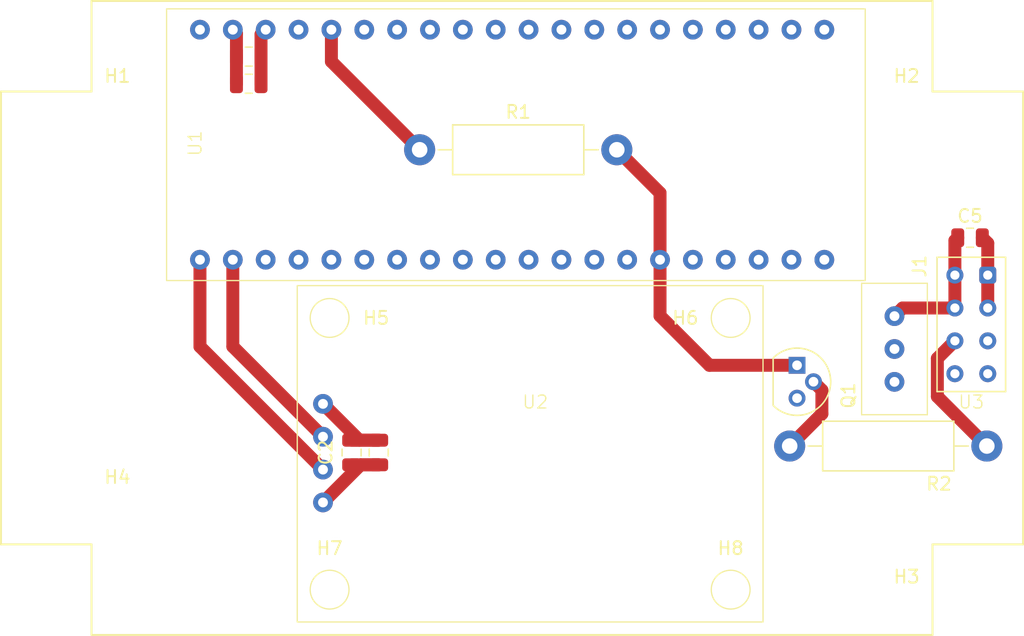
<source format=kicad_pcb>
(kicad_pcb (version 20221018) (generator pcbnew)
  (layers (0 "F.Cu" mixed) (1 "In1.Cu" power) (2 "In2.Cu" power) (31 "B.Cu" power) (34 "B.Paste" user) (35 "F.Paste" user) (36 "B.SilkS" user "B.Silkscreen") (37 "F.SilkS" user "F.Silkscreen") (38 "B.Mask" user) (39 "F.Mask" user) (44 "Edge.Cuts" user))
  (net 0 "")
  (net 1 "GND")
  (net 2 "+24V")
  (net 4 "Net-(J1-Pin_6)")
  (net 7 "Net-(Q1-C)")
  (net 8 "Net-(Q1-B)")
  (net 9 "Net-(U1-3V3(OUT))")
  (net 10 "Net-(U1-GP2)")
  (net 11 "Net-(U1-GP3)")
  (net 38 "+5V")
  (footprint "MountingHole:MountingHole_2.1mm" (layer "F.Cu") (at 95 43)
    (fp_text reference "H1" (at 0 -3.2) (layer "F.SilkS"))
    (fp_text value "MountingHole")
    (pad "" np_thru_hole circle (at 0 0) (size 2.1 2.1) (drill 2.1) (layers "*.Cu" "*.Mask"))
  )
  (footprint "Capacitor_SMD:C_0805_2012Metric" (layer "F.Cu") (at 160.9 52.3)
    (fp_text reference "C5" (at 0 -1.68) (layer "F.SilkS"))
    (fp_text value "100µ 63V")
    (fp_line (start -0.261252 -0.735) (end 0.261252 -0.735) (stroke (width 0.12)) (layer "F.SilkS"))
    (fp_line (start -0.261252 0.735) (end 0.261252 0.735) (stroke (width 0.12)) (layer "F.SilkS"))
    (pad "1" smd roundrect (at -0.95 0) (size 1 1.45) (layers "F.Cu" "F.Paste" "F.Mask") (net 2 "+24V"))
    (pad "2" smd roundrect (at 0.95 0) (size 1 1.45) (layers "F.Cu" "F.Paste" "F.Mask") (net 1 "GND"))
  )
  (footprint "Zeitmessung:GPS" (layer "F.Cu") (at 127.4 68.5 180)
    (fp_text reference "U2" (at 0.1 3.5 unlocked) (layer "F.SilkS") (effects (font (thickness 0.1))))
    (fp_text value "~")
    (fp_rect (start 18.5 12.5) (end -17.5 -13.5) (stroke (width 0.1)) (fill none) (layer "F.SilkS"))
    (fp_circle (center -15 -11) (end -15 -12.5) (stroke (width 0.1)) (fill none) (layer "F.SilkS"))
    (fp_circle (center -15 10) (end -15 8.5) (stroke (width 0.1)) (fill none) (layer "F.SilkS"))
    (fp_circle (center 16 -11) (end 16 -12.5) (stroke (width 0.1)) (fill none) (layer "F.SilkS"))
    (fp_circle (center 16 10) (end 16 8.5) (stroke (width 0.1)) (fill none) (layer "F.SilkS"))
    (pad "1" thru_hole circle (at 16.51 -4.26 180) (size 1.524 1.524) (drill 0.762) (layers "*.Cu" "*.Mask") (net 38 "+5V"))
    (pad "2" thru_hole circle (at 16.51 -1.72 180) (size 1.524 1.524) (drill 0.762) (layers "*.Cu" "*.Mask") (net 10 "Net-(U1-GP2)"))
    (pad "3" thru_hole circle (at 16.51 0.82 180) (size 1.524 1.524) (drill 0.762) (layers "*.Cu" "*.Mask") (net 11 "Net-(U1-GP3)"))
    (pad "4" thru_hole circle (at 16.51 3.36 180) (size 1.524 1.524) (drill 0.762) (layers "*.Cu" "*.Mask") (net 1 "GND"))
  )
  (footprint "Resistor_THT:R_Axial_DIN0411_L9.9mm_D3.6mm_P15.24mm_Horizontal" (layer "F.Cu") (at 118.36 45.5)
    (fp_text reference "R1" (at 7.62 -2.92) (layer "F.SilkS"))
    (fp_text value "1k")
    (fp_line (start 1.44 0) (end 2.55 0) (stroke (width 0.12)) (layer "F.SilkS"))
    (fp_line (start 2.55 -1.92) (end 2.55 1.92) (stroke (width 0.12)) (layer "F.SilkS"))
    (fp_line (start 2.55 1.92) (end 12.69 1.92) (stroke (width 0.12)) (layer "F.SilkS"))
    (fp_line (start 12.69 -1.92) (end 2.55 -1.92) (stroke (width 0.12)) (layer "F.SilkS"))
    (fp_line (start 12.69 1.92) (end 12.69 -1.92) (stroke (width 0.12)) (layer "F.SilkS"))
    (fp_line (start 13.8 0) (end 12.69 0) (stroke (width 0.12)) (layer "F.SilkS"))
    (pad "1" thru_hole circle (at 0 0) (size 2.4 2.4) (drill 1.2) (layers "*.Cu" "*.Mask") (net 9 "Net-(U1-3V3(OUT))"))
    (pad "2" thru_hole oval (at 15.24 0) (size 2.4 2.4) (drill 1.2) (layers "*.Cu" "*.Mask") (net 7 "Net-(Q1-C)"))
  )
  (footprint "Capacitor_SMD:C_0805_2012Metric" (layer "F.Cu") (at 105.15 40.4)
    (fp_text reference "C4" hide)
    (fp_text value "1µ")
    (fp_line (start -0.261252 -0.735) (end 0.261252 -0.735) (stroke (width 0.12)) (layer "F.SilkS"))
    (fp_line (start -0.261252 0.735) (end 0.261252 0.735) (stroke (width 0.12)) (layer "F.SilkS"))
    (pad "1" smd roundrect (at -0.95 0) (size 1 1.45) (layers "F.Cu" "F.Paste" "F.Mask") (net 38 "+5V"))
    (pad "2" smd roundrect (at 0.95 0) (size 1 1.45) (layers "F.Cu" "F.Paste" "F.Mask") (net 1 "GND"))
  )
  (footprint "Capacitor_SMD:C_0805_2012Metric" (layer "F.Cu") (at 113.1 68.9 90)
    (fp_text reference "C1" hide)
    (fp_text value "100n")
    (fp_line (start -0.261252 -0.735) (end 0.261252 -0.735) (stroke (width 0.12)) (layer "F.SilkS"))
    (fp_line (start -0.261252 0.735) (end 0.261252 0.735) (stroke (width 0.12)) (layer "F.SilkS"))
    (pad "1" smd roundrect (at -0.95 0 90) (size 1 1.45) (layers "F.Cu" "F.Paste" "F.Mask") (net 38 "+5V"))
    (pad "2" smd roundrect (at 0.95 0 90) (size 1 1.45) (layers "F.Cu" "F.Paste" "F.Mask") (net 1 "GND"))
  )
  (footprint "MountingHole:MountingHole_2.1mm" (layer "F.Cu") (at 111.4 58.5)
    (fp_text reference "H5" (at 3.6 0) (layer "F.SilkS"))
    (fp_text value "MountingHole")
    (pad "" np_thru_hole circle (at 0 0) (size 2.1 2.1) (drill 2.1) (layers "*.Cu" "*.Mask"))
  )
  (footprint "Capacitor_SMD:C_0805_2012Metric" (layer "F.Cu") (at 105.15 38.3)
    (fp_text reference "C3" hide)
    (fp_text value "100n")
    (fp_line (start -0.261252 -0.735) (end 0.261252 -0.735) (stroke (width 0.12)) (layer "F.SilkS"))
    (fp_line (start -0.261252 0.735) (end 0.261252 0.735) (stroke (width 0.12)) (layer "F.SilkS"))
    (pad "1" smd roundrect (at -0.95 0) (size 1 1.45) (layers "F.Cu" "F.Paste" "F.Mask") (net 38 "+5V"))
    (pad "2" smd roundrect (at 0.95 0) (size 1 1.45) (layers "F.Cu" "F.Paste" "F.Mask") (net 1 "GND"))
  )
  (footprint "MountingHole:MountingHole_2.1mm" (layer "F.Cu") (at 156 43)
    (fp_text reference "H2" (at 0 -3.2) (layer "F.SilkS"))
    (fp_text value "MountingHole")
    (pad "" np_thru_hole circle (at 0 0) (size 2.1 2.1) (drill 2.1) (layers "*.Cu" "*.Mask"))
  )
  (footprint "MountingHole:MountingHole_2.1mm" (layer "F.Cu") (at 95 74)
    (fp_text reference "H4" (at 0 -3.2) (layer "F.SilkS"))
    (fp_text value "MountingHole" hide)
    (pad "" np_thru_hole circle (at 0 0) (size 2.1 2.1) (drill 2.1) (layers "*.Cu" "*.Mask"))
  )
  (footprint "Package_TO_SOT_THT:TO-92" (layer "F.Cu") (at 147.53 62.16 -90)
    (fp_text reference "Q1" (at 2.34 -3.97 90) (layer "F.SilkS"))
    (fp_text value "NPN")
    (fp_line (start -0.53 1.85) (end 3.07 1.85) (stroke (width 0.12)) (layer "F.SilkS"))
    (fp_arc (start -0.568478 1.838478) (mid -1.132087 -0.994977) (end 1.27 -2.6) (stroke (width 0.12)) (layer "F.SilkS"))
    (fp_arc (start 1.27 -2.6) (mid 3.672087 -0.994977) (end 3.108478 1.838478) (stroke (width 0.12)) (layer "F.SilkS"))
    (pad "1" thru_hole rect (at 0 0 270) (size 1.3 1.3) (drill 0.75) (layers "*.Cu" "*.Mask") (net 7 "Net-(Q1-C)"))
    (pad "2" thru_hole circle (at 1.27 -1.27 270) (size 1.3 1.3) (drill 0.75) (layers "*.Cu" "*.Mask") (net 8 "Net-(Q1-B)"))
    (pad "3" thru_hole circle (at 2.54 0 270) (size 1.3 1.3) (drill 0.75) (layers "*.Cu" "*.Mask") (net 1 "GND"))
  )
  (footprint "Connector_Samtec_HLE_THT:Samtec_HLE-104-02-xx-DV-TE_2x04_P2.54mm_Horizontal" (layer "F.Cu") (at 162.27 55.19 -90)
    (fp_text reference "J1" (at -0.69 5.27 90) (layer "F.SilkS"))
    (fp_text value "Conn_02x04_Odd_Even")
    (fp_line (start -1.38 -1.38) (end 9 -1.38) (stroke (width 0.12)) (layer "F.SilkS"))
    (fp_line (start -1.38 3.92) (end -1.38 -1.38) (stroke (width 0.12)) (layer "F.SilkS"))
    (fp_line (start 9 -1.38) (end 9 3.92) (stroke (width 0.12)) (layer "F.SilkS"))
    (fp_line (start 9 3.92) (end -1.38 3.92) (stroke (width 0.12)) (layer "F.SilkS"))
    (pad "1" thru_hole roundrect (at 0 0 270) (size 1.31 1.31) (drill 0.71) (layers "*.Cu" "*.Mask") (roundrect_rratio 0.1908396947) (net 1 "GND"))
    (pad "2" thru_hole circle (at 0 2.54 270) (size 1.31 1.31) (drill 0.71) (layers "*.Cu" "*.Mask") (net 2 "+24V"))
    (pad "3" thru_hole circle (at 2.54 0 270) (size 1.31 1.31) (drill 0.71) (layers "*.Cu" "*.Mask") (net 1 "GND"))
    (pad "4" thru_hole circle (at 2.54 2.54 270) (size 1.31 1.31) (drill 0.71) (layers "*.Cu" "*.Mask") (net 2 "+24V"))
    (pad "5" thru_hole circle (at 5.08 0 270) (size 1.31 1.31) (drill 0.71) (layers "*.Cu" "*.Mask"))
    (pad "6" thru_hole circle (at 5.08 2.54 270) (size 1.31 1.31) (drill 0.71) (layers "*.Cu" "*.Mask") (net 4 "Net-(J1-Pin_6)"))
    (pad "7" thru_hole circle (at 7.62 0 270) (size 1.31 1.31) (drill 0.71) (layers "*.Cu" "*.Mask"))
    (pad "8" thru_hole circle (at 7.62 2.54 270) (size 1.31 1.31) (drill 0.71) (layers "*.Cu" "*.Mask"))
  )
  (footprint "MountingHole:MountingHole_2.1mm" (layer "F.Cu") (at 111.4 79.5)
    (fp_text reference "H7" (at 0 -3.2) (layer "F.SilkS"))
    (fp_text value "MountingHole")
    (pad "" np_thru_hole circle (at 0 0) (size 2.1 2.1) (drill 2.1) (layers "*.Cu" "*.Mask"))
  )
  (footprint "Zeitmessung:DC-DC-Wandler" (layer "F.Cu") (at 162.68 60.9 -90)
    (fp_text reference "U3" (at 4.1 1.68 unlocked) (layer "F.SilkS") (effects (font (thickness 0.1))))
    (fp_text value "~")
    (fp_line (start -5.08 5.08) (end -5.08 10.16) (stroke (width 0.1)) (layer "F.SilkS"))
    (fp_line (start -5.08 10.16) (end 5.08 10.16) (stroke (width 0.1)) (layer "F.SilkS"))
    (fp_line (start 5.08 5.08) (end -5.08 5.08) (stroke (width 0.1)) (layer "F.SilkS"))
    (fp_line (start 5.08 10.16) (end 5.08 5.08) (stroke (width 0.1)) (layer "F.SilkS"))
    (pad "1" thru_hole circle (at -2.54 7.62 270) (size 1.524 1.524) (drill 0.762) (layers "*.Cu" "*.Mask") (net 2 "+24V"))
    (pad "2" thru_hole circle (at 0 7.62 270) (size 1.524 1.524) (drill 0.762) (layers "*.Cu" "*.Mask") (net 1 "GND"))
    (pad "3" thru_hole circle (at 2.54 7.62 270) (size 1.524 1.524) (drill 0.762) (layers "*.Cu" "*.Mask") (net 38 "+5V"))
  )
  (footprint "MountingHole:MountingHole_2.1mm" (layer "F.Cu") (at 156 74)
    (fp_text reference "H3" (at 0 4.5) (layer "F.SilkS"))
    (fp_text value "MountingHole")
    (pad "" np_thru_hole circle (at 0 0) (size 2.1 2.1) (drill 2.1) (layers "*.Cu" "*.Mask"))
  )
  (footprint "Zeitmessung:ESP32-S2-LCD" (layer "F.Cu") (at 96.3 45.11 90)
    (fp_text reference "U1" (at 0.11 4.7 90 unlocked) (layer "F.SilkS") (effects (font (thickness 0.1))))
    (fp_text value "~")
    (fp_rect (start 10.5 56.5) (end -10.5 2.5) (stroke (width 0.1)) (fill none) (layer "F.SilkS"))
    (pad "1" thru_hole circle (at -8.89 5.08 90) (size 1.524 1.524) (drill 0.762) (layers "*.Cu" "*.Mask") (net 10 "Net-(U1-GP2)"))
    (pad "2" thru_hole circle (at -8.89 7.62 90) (size 1.524 1.524) (drill 0.762) (layers "*.Cu" "*.Mask") (net 11 "Net-(U1-GP3)"))
    (pad "3" thru_hole circle (at -8.89 10.16 90) (size 1.524 1.524) (drill 0.762) (layers "*.Cu" "*.Mask") (net 1 "GND"))
    (pad "4" thru_hole circle (at -8.89 12.7 90) (size 1.524 1.524) (drill 0.762) (layers "*.Cu" "*.Mask"))
    (pad "5" thru_hole circle (at -8.89 15.24 90) (size 1.524 1.524) (drill 0.762) (layers "*.Cu" "*.Mask"))
    (pad "6" thru_hole circle (at -8.89 17.78 90) (size 1.524 1.524) (drill 0.762) (layers "*.Cu" "*.Mask"))
    (pad "7" thru_hole circle (at -8.89 20.32 90) (size 1.524 1.524) (drill 0.762) (layers "*.Cu" "*.Mask"))
    (pad "8" thru_hole circle (at -8.89 22.86 90) (size 1.524 1.524) (drill 0.762) (layers "*.Cu" "*.Mask") (net 1 "GND"))
    (pad "9" thru_hole circle (at -8.89 25.4 90) (size 1.524 1.524) (drill 0.762) (layers "*.Cu" "*.Mask"))
    (pad "10" thru_hole circle (at -8.89 27.94 90) (size 1.524 1.524) (drill 0.762) (layers "*.Cu" "*.Mask"))
    (pad "11" thru_hole circle (at -8.89 30.48 90) (size 1.524 1.524) (drill 0.762) (layers "*.Cu" "*.Mask"))
    (pad "12" thru_hole circle (at -8.89 33.02 90) (size 1.524 1.524) (drill 0.762) (layers "*.Cu" "*.Mask"))
    (pad "13" thru_hole circle (at -8.89 35.56 90) (size 1.524 1.524) (drill 0.762) (layers "*.Cu" "*.Mask") (net 1 "GND"))
    (pad "14" thru_hole circle (at -8.89 38.1 90) (size 1.524 1.524) (drill 0.762) (layers "*.Cu" "*.Mask"))
    (pad "15" thru_hole circle (at -8.89 40.64 90) (size 1.524 1.524) (drill 0.762) (layers "*.Cu" "*.Mask") (net 7 "Net-(Q1-C)"))
    (pad "16" thru_hole circle (at -8.89 43.18 90) (size 1.524 1.524) (drill 0.762) (layers "*.Cu" "*.Mask"))
    (pad "17" thru_hole circle (at -8.89 45.72 90) (size 1.524 1.524) (drill 0.762) (layers "*.Cu" "*.Mask"))
    (pad "18" thru_hole circle (at -8.89 48.26 90) (size 1.524 1.524) (drill 0.762) (layers "*.Cu" "*.Mask") (net 1 "GND"))
    (pad "19" thru_hole circle (at -8.89 50.8 90) (size 1.524 1.524) (drill 0.762) (layers "*.Cu" "*.Mask"))
    (pad "20" thru_hole circle (at -8.89 53.34 90) (size 1.524 1.524) (drill 0.762) (layers "*.Cu" "*.Mask"))
    (pad "21" thru_hole circle (at 8.89 53.34 90) (size 1.524 1.524) (drill 0.762) (layers "*.Cu" "*.Mask"))
    (pad "22" thru_hole circle (at 8.89 50.8 90) (size 1.524 1.524) (drill 0.762) (layers "*.Cu" "*.Mask"))
    (pad "23" thru_hole circle (at 8.89 48.26 90) (size 1.524 1.524) (drill 0.762) (layers "*.Cu" "*.Mask") (net 1 "GND"))
    (pad "24" thru_hole circle (at 8.89 45.72 90) (size 1.524 1.524) (drill 0.762) (layers "*.Cu" "*.Mask"))
    (pad "25" thru_hole circle (at 8.89 43.18 90) (size 1.524 1.524) (drill 0.762) (layers "*.Cu" "*.Mask"))
    (pad "26" thru_hole circle (at 8.89 40.64 90) (size 1.524 1.524) (drill 0.762) (layers "*.Cu" "*.Mask"))
    (pad "27" thru_hole circle (at 8.89 38.1 90) (size 1.524 1.524) (drill 0.762) (layers "*.Cu" "*.Mask"))
    (pad "28" thru_hole circle (at 8.89 35.56 90) (size 1.524 1.524) (drill 0.762) (layers "*.Cu" "*.Mask") (net 1 "GND"))
    (pad "29" thru_hole circle (at 8.89 33.02 90) (size 1.524 1.524) (drill 0.762) (layers "*.Cu" "*.Mask"))
    (pad "30" thru_hole circle (at 8.89 30.48 90) (size 1.524 1.524) (drill 0.762) (layers "*.Cu" "*.Mask"))
    (pad "31" thru_hole circle (at 8.89 27.94 90) (size 1.524 1.524) (drill 0.762) (layers "*.Cu" "*.Mask"))
    (pad "32" thru_hole circle (at 8.89 25.4 90) (size 1.524 1.524) (drill 0.762) (layers "*.Cu" "*.Mask"))
    (pad "33" thru_hole circle (at 8.89 22.86 90) (size 1.524 1.524) (drill 0.762) (layers "*.Cu" "*.Mask") (net 1 "GND"))
    (pad "34" thru_hole circle (at 8.89 20.32 90) (size 1.524 1.524) (drill 0.762) (layers "*.Cu" "*.Mask"))
    (pad "35" thru_hole circle (at 8.89 17.78 90) (size 1.524 1.524) (drill 0.762) (layers "*.Cu" "*.Mask"))
    (pad "36" thru_hole circle (at 8.89 15.24 90) (size 1.524 1.524) (drill 0.762) (layers "*.Cu" "*.Mask") (net 9 "Net-(U1-3V3(OUT))"))
    (pad "37" thru_hole circle (at 8.89 12.7 90) (size 1.524 1.524) (drill 0.762) (layers "*.Cu" "*.Mask"))
    (pad "38" thru_hole circle (at 8.89 10.16 90) (size 1.524 1.524) (drill 0.762) (layers "*.Cu" "*.Mask") (net 1 "GND"))
    (pad "39" thru_hole circle (at 8.89 7.62 90) (size 1.524 1.524) (drill 0.762) (layers "*.Cu" "*.Mask") (net 38 "+5V"))
    (pad "40" thru_hole circle (at 8.89 5.08 90) (size 1.524 1.524) (drill 0.762) (layers "*.Cu" "*.Mask"))
  )
  (footprint "Capacitor_SMD:C_0805_2012Metric" (layer "F.Cu") (at 115.2 68.9 90)
    (fp_text reference "C2" (at 0 -4.1 90) (layer "F.SilkS"))
    (fp_text value "1µ")
    (fp_line (start -0.261252 -0.735) (end 0.261252 -0.735) (stroke (width 0.12)) (layer "F.SilkS"))
    (fp_line (start -0.261252 0.735) (end 0.261252 0.735) (stroke (width 0.12)) (layer "F.SilkS"))
    (pad "1" smd roundrect (at -0.95 0 90) (size 1 1.45) (layers "F.Cu" "F.Paste" "F.Mask") (net 38 "+5V"))
    (pad "2" smd roundrect (at 0.95 0 90) (size 1 1.45) (layers "F.Cu" "F.Paste" "F.Mask") (net 1 "GND"))
  )
  (footprint "MountingHole:MountingHole_2.1mm" (layer "F.Cu") (at 142.4 79.5)
    (fp_text reference "H8" (at 0 -3.2) (layer "F.SilkS"))
    (fp_text value "MountingHole")
    (pad "" np_thru_hole circle (at 0 0) (size 2.1 2.1) (drill 2.1) (layers "*.Cu" "*.Mask"))
  )
  (footprint "Resistor_THT:R_Axial_DIN0411_L9.9mm_D3.6mm_P15.24mm_Horizontal" (layer "F.Cu") (at 162.2 68.4 180)
    (fp_text reference "R2" (at 3.7 -2.92) (layer "F.SilkS"))
    (fp_text value "10k")
    (fp_line (start 1.44 0) (end 2.55 0) (stroke (width 0.12)) (layer "F.SilkS"))
    (fp_line (start 2.55 -1.92) (end 2.55 1.92) (stroke (width 0.12)) (layer "F.SilkS"))
    (fp_line (start 2.55 1.92) (end 12.69 1.92) (stroke (width 0.12)) (layer "F.SilkS"))
    (fp_line (start 12.69 -1.92) (end 2.55 -1.92) (stroke (width 0.12)) (layer "F.SilkS"))
    (fp_line (start 12.69 1.92) (end 12.69 -1.92) (stroke (width 0.12)) (layer "F.SilkS"))
    (fp_line (start 13.8 0) (end 12.69 0) (stroke (width 0.12)) (layer "F.SilkS"))
    (pad "1" thru_hole circle (at 0 0 180) (size 2.4 2.4) (drill 1.2) (layers "*.Cu" "*.Mask") (net 4 "Net-(J1-Pin_6)"))
    (pad "2" thru_hole oval (at 15.24 0 180) (size 2.4 2.4) (drill 1.2) (layers "*.Cu" "*.Mask") (net 8 "Net-(Q1-B)"))
  )
  (footprint "MountingHole:MountingHole_2.1mm" (layer "F.Cu") (at 142.4 58.5)
    (fp_text reference "H6" (at -3.5 0) (layer "F.SilkS"))
    (fp_text value "MountingHole")
    (pad "" np_thru_hole circle (at 0 0) (size 2.1 2.1) (drill 2.1) (layers "*.Cu" "*.Mask"))
  )
  (gr_line (start 86 76) (end 86 41) (stroke (width 0.15)) (layer "F.SilkS"))
  (gr_line (start 86 41) (end 93 41) (stroke (width 0.15)) (layer "F.SilkS"))
  (gr_line (start 158 83) (end 93 83) (stroke (width 0.15)) (layer "F.SilkS"))
  (gr_line (start 93 41) (end 93 34) (stroke (width 0.15)) (layer "F.SilkS"))
  (gr_line (start 165 76) (end 158 76) (stroke (width 0.15)) (layer "F.SilkS"))
  (gr_line (start 93 34) (end 158 34) (stroke (width 0.15)) (layer "F.SilkS"))
  (gr_line (start 158 34) (end 158 41) (stroke (width 0.15)) (layer "F.SilkS"))
  (gr_line (start 158 41) (end 165 41) (stroke (width 0.15)) (layer "F.SilkS"))
  (gr_line (start 158 76) (end 158 83) (stroke (width 0.15)) (layer "F.SilkS"))
  (gr_line (start 93 83) (end 93 76) (stroke (width 0.15)) (layer "F.SilkS"))
  (gr_line (start 93 76) (end 86 76) (stroke (width 0.15)) (layer "F.SilkS"))
  (gr_line (start 165 41) (end 165 76) (stroke (width 0.15)) (layer "F.SilkS"))
  (segment (start 106.1 40.4) (end 106.1 38.3) (width 1) (layer "F.Cu") (net 1))
  (segment (start 115.2 67.95) (end 113.1 67.95) (width 1) (layer "F.Cu") (net 1))
  (segment (start 115.2 67.95) (end 113.7 67.95) (width 1) (layer "F.Cu") (net 1))
  (segment (start 106.1 38.3) (end 106.1 36.58) (width 1) (layer "F.Cu") (net 1))
  (segment (start 113.7 67.95) (end 110.89 65.14) (width 1) (layer "F.Cu") (net 1))
  (segment (start 162.27 52.72) (end 161.85 52.3) (width 1) (layer "F.Cu") (net 1))
  (segment (start 162.27 55.19) (end 162.27 52.72) (width 1) (layer "F.Cu") (net 1))
  (segment (start 162.27 57.73) (end 162.27 55.19) (width 1) (layer "F.Cu") (net 1))
  (segment (start 106.1 36.58) (end 106.46 36.22) (width 1) (layer "F.Cu") (net 1))
  (segment (start 159.73 52.52) (end 159.95 52.3) (width 1) (layer "F.Cu") (net 2))
  (segment (start 159.73 57.73) (end 155.69 57.73) (width 1) (layer "F.Cu") (net 2))
  (segment (start 159.73 57.73) (end 159.73 55.19) (width 1) (layer "F.Cu") (net 2))
  (segment (start 159.73 55.19) (end 159.73 52.52) (width 1) (layer "F.Cu") (net 2))
  (segment (start 155.69 57.73) (end 155.06 58.36) (width 1) (layer "F.Cu") (net 2))
  (segment (start 159.73 60.27) (end 158.375 61.625) (width 1) (layer "F.Cu") (net 4))
  (segment (start 158.375 64.575) (end 162.2 68.4) (width 1) (layer "F.Cu") (net 4))
  (segment (start 158.375 61.625) (end 158.375 64.575) (width 1) (layer "F.Cu") (net 4))
  (segment (start 147.53 62.16) (end 140.76 62.16) (width 1) (layer "F.Cu") (net 7))
  (segment (start 136.94 48.84) (end 133.6 45.5) (width 1) (layer "F.Cu") (net 7))
  (segment (start 140.76 62.16) (end 136.94 58.34) (width 1) (layer "F.Cu") (net 7))
  (segment (start 136.94 58.34) (end 136.94 54) (width 1) (layer "F.Cu") (net 7))
  (segment (start 136.94 54) (end 136.94 48.84) (width 1) (layer "F.Cu") (net 7))
  (segment (start 149.449999 64.079999) (end 149.449999 65.910001) (width 1) (layer "F.Cu") (net 8))
  (segment (start 149.449999 65.910001) (end 146.96 68.4) (width 1) (layer "F.Cu") (net 8))
  (segment (start 148.8 63.43) (end 149.449999 64.079999) (width 1) (layer "F.Cu") (net 8))
  (segment (start 111.54 36.22) (end 111.54 38.68) (width 1) (layer "F.Cu") (net 9))
  (segment (start 111.54 38.68) (end 118.36 45.5) (width 1) (layer "F.Cu") (net 9))
  (segment (start 101.38 60.71) (end 101.38 54) (width 1) (layer "F.Cu") (net 10))
  (segment (start 110.89 70.22) (end 101.38 60.71) (width 1) (layer "F.Cu") (net 10))
  (segment (start 103.92 60.71) (end 103.92 54) (width 1) (layer "F.Cu") (net 11))
  (segment (start 110.89 67.68) (end 103.92 60.71) (width 1) (layer "F.Cu") (net 11))
  (segment (start 104.2 40.4) (end 104.2 38.3) (width 1) (layer "F.Cu") (net 38))
  (segment (start 115.2 69.85) (end 113.8 69.85) (width 1) (layer "F.Cu") (net 38))
  (segment (start 113.1 69.85) (end 115.2 69.85) (width 1) (layer "F.Cu") (net 38))
  (segment (start 104.2 38.3) (end 104.2 36.5) (width 1) (layer "F.Cu") (net 38))
  (segment (start 104.2 36.5) (end 103.92 36.22) (width 1) (layer "F.Cu") (net 38))
  (segment (start 113.8 69.85) (end 110.89 72.76) (width 1) (layer "F.Cu") (net 38))
)
</source>
